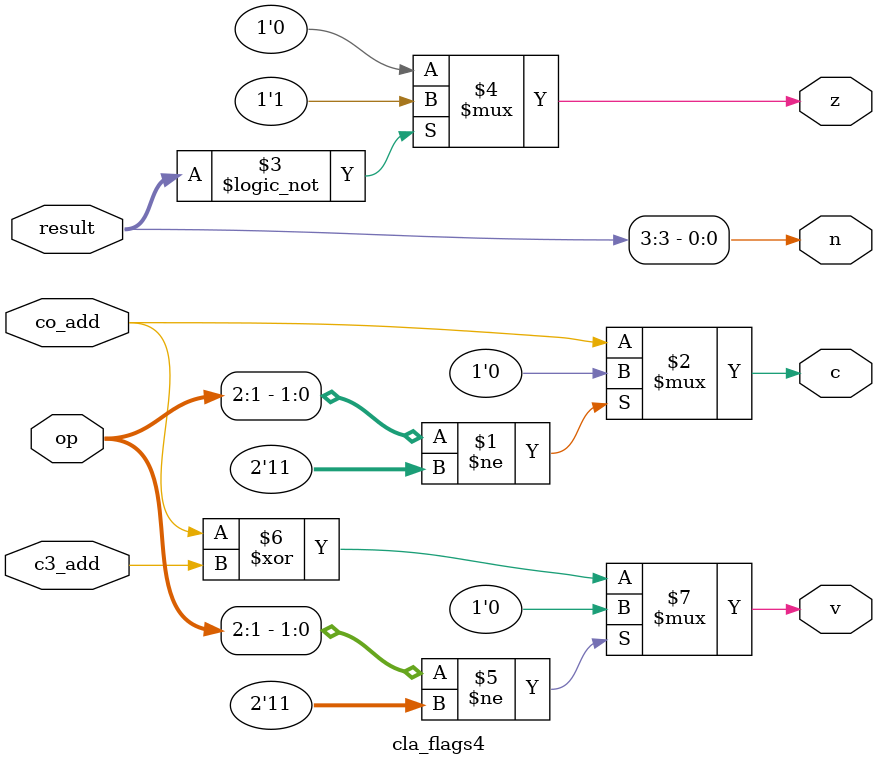
<source format=v>
module cla_flags4(c, n, z, v, op, result, co_add, c3_add);		//print c, n, z, v
	input[2:0] op;
	input[3:0] result;
	input co_add, c3_add;
	output c, n, z, v;
	
	assign c = (op[2:1] != 2'b11) ? 1'b0 : co_add;		//c = co(when add execute)
	assign n = result[3];										//n = result[3](sign)
	assign z = (result == 4'b0) ? 1'b1 : 1'b0;			//z == true(when all input is 0)
	assign v = (op[2:1] != 2'b11) ? 1'b0 : co_add ^ c3_add;	//v = co ^ c3(when add execute)	
endmodule

</source>
